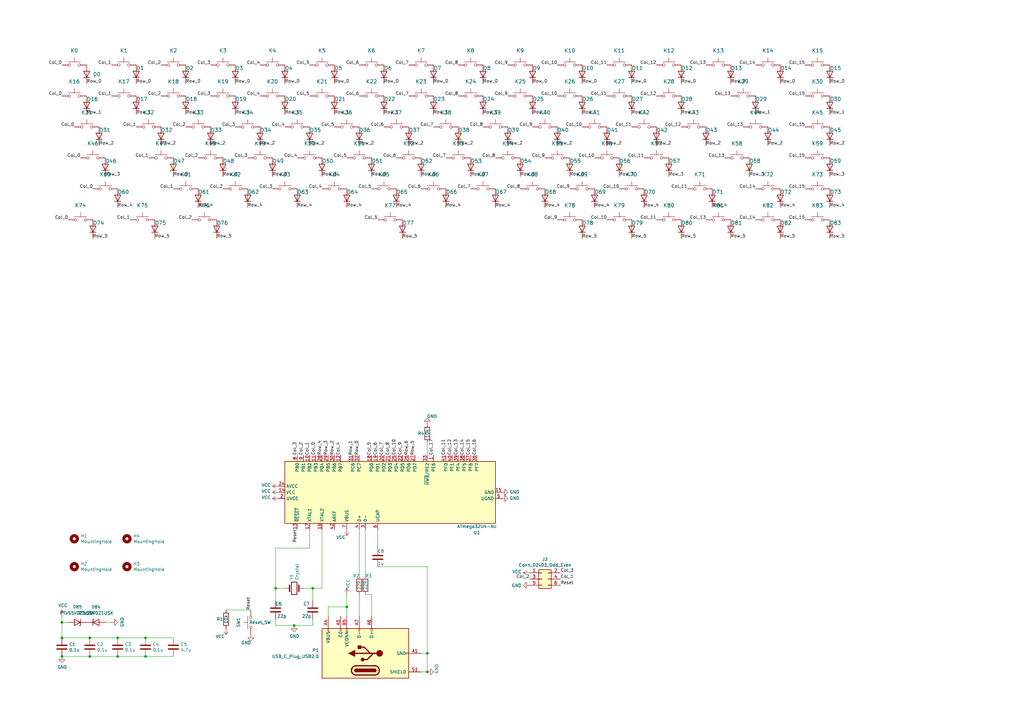
<source format=kicad_sch>
(kicad_sch (version 20250114) (generator "eeschema") (generator_version "9.0")
  (paper "A3")
  (title_block (date "2026-01-24 16:05") (comment 1 "Author: ") (comment 2 "Generated by klepcbgen.py v0.1"))
  (junction (at 59.69 261.62))
  (junction (at 48.26 269.24))
  (junction (at 120.65 256.54))
  (junction (at 36.83 261.62))
  (junction (at 175.26 275.59))
  (junction (at 25.4 255.27))
  (junction (at 59.69 269.24))
  (junction (at 142.24 248.92))
  (junction (at 113.03 241.3))
  (junction (at 175.26 267.97))
  (junction (at 48.26 261.62))
  (junction (at 36.83 269.24))
  (junction (at 25.4 261.62))
  (junction (at 128.27 241.3))
  (junction (at 25.4 269.24))
  (wire (pts (xy 113.03 256.54) (xy 113.03 254)))
  (wire (pts (xy 147.32 236.22) (xy 147.32 217.17)))
  (wire (pts (xy 43.18 255.27) (xy 45.72 255.27)))
  (wire (pts (xy 152.4 243.84) (xy 152.4 252.73)))
  (wire (pts (xy 113.03 241.3) (xy 113.03 224.79)))
  (wire (pts (xy 149.86 236.22) (xy 149.86 217.17)))
  (wire (pts (xy 175.26 232.41) (xy 154.94 232.41)))
  (wire (pts (xy 25.4 269.24) (xy 36.83 269.24)))
  (wire (pts (xy 25.4 252.73) (xy 25.4 255.27)))
  (wire (pts (xy 116.84 241.3) (xy 113.03 241.3)))
  (wire (pts (xy 113.03 246.38) (xy 113.03 241.3)))
  (wire (pts (xy 36.83 269.24) (xy 48.26 269.24)))
  (wire (pts (xy 127 217.17) (xy 127 224.79)))
  (wire (pts (xy 127 224.79) (xy 113.03 224.79)))
  (wire (pts (xy 142.24 248.92) (xy 142.24 243.84)))
  (wire (pts (xy 48.26 269.24) (xy 59.69 269.24)))
  (wire (pts (xy 132.08 217.17) (xy 132.08 241.3)))
  (wire (pts (xy 124.46 241.3) (xy 128.27 241.3)))
  (wire (pts (xy 132.08 241.3) (xy 128.27 241.3)))
  (wire (pts (xy 59.69 261.62) (xy 71.12 261.62)))
  (wire (pts (xy 48.26 261.62) (xy 59.69 261.62)))
  (wire (pts (xy 175.26 181.61) (xy 175.26 186.69)))
  (wire (pts (xy 175.26 232.41) (xy 175.26 267.97)))
  (wire (pts (xy 134.62 252.73) (xy 134.62 248.92)))
  (wire (pts (xy 149.86 243.84) (xy 152.4 243.84)))
  (wire (pts (xy 128.27 256.54) (xy 128.27 254)))
  (wire (pts (xy 142.24 248.92) (xy 142.24 252.73)))
  (wire (pts (xy 25.4 261.62) (xy 36.83 261.62)))
  (wire (pts (xy 113.03 256.54) (xy 120.65 256.54)))
  (wire (pts (xy 154.94 217.17) (xy 154.94 224.79)))
  (wire (pts (xy 120.65 256.54) (xy 128.27 256.54)))
  (wire (pts (xy 59.69 269.24) (xy 71.12 269.24)))
  (wire (pts (xy 25.4 255.27) (xy 27.94 255.27)))
  (wire (pts (xy 128.27 241.3) (xy 128.27 246.38)))
  (wire (pts (xy 92.71 250.19) (xy 102.87 250.19)))
  (wire (pts (xy 172.72 275.59) (xy 175.26 275.59)))
  (wire (pts (xy 147.32 243.84) (xy 147.32 252.73)))
  (wire (pts (xy 175.26 267.97) (xy 175.26 275.59)))
  (wire (pts (xy 25.4 255.27) (xy 25.4 261.62)))
  (wire (pts (xy 36.83 261.62) (xy 48.26 261.62)))
  (wire (pts (xy 172.72 267.97) (xy 175.26 267.97)))
  (wire (pts (xy 134.62 248.92) (xy 142.24 248.92)))
  (label "Col_14" (at 309.88 90.17 180))
  (label "Row_1" (at 279.4 46.99 0))
  (label "Col_10" (at 248.92 90.17 180))
  (label "Row_5" (at 279.4 97.79 0))
  (label "Row_2" (at 289.56 59.69 0))
  (label "Col_11" (at 269.24 90.17 180))
  (label "Col_11" (at 182.88 186.69 90))
  (label "Row_1" (at 177.8 46.99 0))
  (label "Col_8" (at 187.96 26.67 180))
  (label "Row_4" (at 292.1 85.09 0))
  (label "Col_0" (at 38.1 77.47 180))
  (label "Col_5" (at 127 26.67 180))
  (label "Col_1" (at 229.87 237.49 0))
  (label "Row_1" (at 116.84 46.99 0))
  (label "Row_0" (at 218.44 34.29 0))
  (label "Row_2" (at 208.28 59.69 0))
  (label "Col_12" (at 269.24 39.37 180))
  (label "Row_0" (at 157.48 34.29 0))
  (label "Col_5" (at 127 39.37 180))
  (label "Row_2" (at 248.92 59.69 0))
  (label "Col_15" (at 330.2 64.77 180))
  (label "Col_4" (at 116.84 52.07 180))
  (label "Col_7" (at 167.64 26.67 180))
  (label "Col_17" (at 177.8 186.69 90))
  (label "Row_0" (at 340.36 34.29 0))
  (label "Col_11" (at 248.92 26.67 180))
  (label "Row_1" (at 35.56 46.99 0))
  (label "Row_1" (at 96.52 46.99 0))
  (label "Col_9" (at 165.1 186.69 90))
  (label "Row_4" (at 243.84 85.09 0))
  (label "Row_1" (at 76.2 46.99 0))
  (label "Col_6" (at 162.56 64.77 180))
  (label "Col_2" (at 124.46 186.69 90))
  (label "Row_4" (at 340.36 85.09 0))
  (label "Row_4" (at 81.28 85.09 0))
  (label "Col_0" (at 129.54 186.69 90))
  (label "Col_3" (at 101.6 64.77 180))
  (label "Col_1" (at 60.96 64.77 180))
  (label "Row_3" (at 71.12 72.39 0))
  (label "Col_10" (at 228.6 26.67 180))
  (label "Row_6" (at 167.64 186.69 90))
  (label "Col_0" (at 30.48 52.07 180))
  (label "Col_15" (at 330.2 26.67 180))
  (label "Col_9" (at 208.28 26.67 180))
  (label "Col_3" (at 86.36 26.67 180))
  (label "Row_0" (at 137.16 34.29 0))
  (label "Col_8" (at 203.2 64.77 180))
  (label "Col_5" (at 154.94 90.17 180))
  (label "Row_0" (at 147.32 186.69 90))
  (label "Col_7" (at 182.88 64.77 180))
  (label "Col_9" (at 208.28 39.37 180))
  (label "Row_5" (at 165.1 97.79 0))
  (label "Row_4" (at 320.04 85.09 0))
  (label "Col_12" (at 185.42 186.69 90))
  (label "Row_2" (at 127 59.69 0))
  (label "Col_3" (at 86.36 39.37 180))
  (label "Col_0" (at 27.94 90.17 180))
  (label "Col_1" (at 71.12 77.47 180))
  (label "Row_0" (at 35.56 34.29 0))
  (label "Col_11" (at 264.16 64.77 180))
  (label "Row_5" (at 299.72 97.79 0))
  (label "Row_1" (at 340.36 46.99 0))
  (label "Row_0" (at 76.2 34.29 0))
  (label "Row_1" (at 238.76 46.99 0))
  (label "Col_13" (at 289.56 90.17 180))
  (label "Col_9" (at 233.68 77.47 180))
  (label "Row_4" (at 142.24 85.09 0))
  (label "Row_0" (at 96.52 34.29 0))
  (label "Row_2" (at 66.04 59.69 0))
  (label "Col_12" (at 269.24 26.67 180))
  (label "Col_16" (at 195.58 186.69 90))
  (label "Reset" (at 121.92 217.17 270))
  (label "Col_14" (at 190.5 186.69 90))
  (label "Row_0" (at 259.08 34.29 0))
  (label "Row_1" (at 55.88 46.99 0))
  (label "Col_2" (at 217.17 237.49 180))
  (label "Col_3" (at 121.92 186.69 90))
  (label "Col_4" (at 106.68 39.37 180))
  (label "Col_14" (at 309.88 26.67 180))
  (label "Row_3" (at 213.36 72.39 0))
  (label "Col_7" (at 177.8 52.07 180))
  (label "Col_1" (at 45.72 26.67 180))
  (label "Col_14" (at 309.88 77.47 180))
  (label "Row_3" (at 307.34 72.39 0))
  (label "Row_5" (at 320.04 97.79 0))
  (label "Row_2" (at 106.68 59.69 0))
  (label "Col_3" (at 111.76 77.47 180))
  (label "Col_15" (at 330.2 77.47 180))
  (label "Row_0" (at 320.04 34.29 0))
  (label "Row_3" (at 254 72.39 0))
  (label "Col_9" (at 218.44 52.07 180))
  (label "Row_4" (at 132.08 186.69 90))
  (label "Col_15" (at 330.2 52.07 180))
  (label "Row_1" (at 137.16 46.99 0))
  (label "Col_10" (at 162.56 186.69 90))
  (label "Col_11" (at 259.08 52.07 180))
  (label "Row_3" (at 233.68 72.39 0))
  (label "Row_0" (at 116.84 34.29 0))
  (label "Reset" (at 102.87 250.19 90))
  (label "Col_2" (at 81.28 64.77 180))
  (label "Row_4" (at 264.16 85.09 0))
  (label "Col_12" (at 279.4 52.07 180))
  (label "Row_0" (at 279.4 34.29 0))
  (label "Row_4" (at 182.88 85.09 0))
  (label "Row_1" (at 198.12 46.99 0))
  (label "Col_2" (at 91.44 77.47 180))
  (label "Col_10" (at 254 77.47 180))
  (label "Row_2" (at 228.6 59.69 0))
  (label "Col_2" (at 66.04 39.37 180))
  (label "Col_13" (at 304.8 52.07 180))
  (label "Col_4" (at 139.7 186.69 90))
  (label "Col_1" (at 127 186.69 90))
  (label "Col_5" (at 152.4 77.47 180))
  (label "Col_5" (at 152.4 186.69 90))
  (label "Row_3" (at 132.08 72.39 0))
  (label "Row_5" (at 340.36 97.79 0))
  (label "Row_2" (at 147.32 59.69 0))
  (label "Row_5" (at 88.9 97.79 0))
  (label "Row_2" (at 40.64 59.69 0))
  (label "Col_7" (at 157.48 186.69 90))
  (label "Col_2" (at 76.2 52.07 180))
  (label "Row_3" (at 340.36 72.39 0))
  (label "Row_0" (at 177.8 34.29 0))
  (label "Col_10" (at 228.6 39.37 180))
  (label "Row_1" (at 144.78 186.69 90))
  (label "Col_6" (at 172.72 77.47 180))
  (label "Row_2" (at 187.96 59.69 0))
  (label "Row_3" (at 134.62 186.69 90))
  (label "Col_3" (at 229.87 234.95 0))
  (label "Col_11" (at 248.92 39.37 180))
  (label "Row_0" (at 198.12 34.29 0))
  (label "Row_2" (at 167.64 59.69 0))
  (label "Col_9" (at 228.6 90.17 180))
  (label "Col_8" (at 198.12 52.07 180))
  (label "Row_0" (at 238.76 34.29 0))
  (label "Col_6" (at 157.48 52.07 180))
  (label "Col_15" (at 330.2 39.37 180))
  (label "Row_1" (at 157.48 46.99 0))
  (label "Row_1" (at 218.44 46.99 0))
  (label "Row_2" (at 137.16 186.69 90))
  (label "Row_4" (at 223.52 85.09 0))
  (label "Col_13" (at 187.96 186.69 90))
  (label "Row_3" (at 91.44 72.39 0))
  (label "Row_2" (at 269.24 59.69 0))
  (label "Col_8" (at 187.96 39.37 180))
  (label "Row_4" (at 121.92 85.09 0))
  (label "Col_5" (at 142.24 64.77 180))
  (label "Row_2" (at 314.96 59.69 0))
  (label "Row_3" (at 152.4 72.39 0))
  (label "Row_0" (at 55.88 34.29 0))
  (label "Row_4" (at 101.6 85.09 0))
  (label "Col_2" (at 78.74 90.17 180))
  (label "Row_2" (at 340.36 59.69 0))
  (label "Col_6" (at 147.32 26.67 180))
  (label "Col_1" (at 55.88 52.07 180))
  (label "Col_15" (at 193.04 186.69 90))
  (label "Col_0" (at 25.4 39.37 180))
  (label "Row_4" (at 48.26 85.09 0))
  (label "Row_3" (at 43.18 72.39 0))
  (label "Col_4" (at 121.92 64.77 180))
  (label "Col_13" (at 299.72 39.37 180))
  (label "Col_0" (at 33.02 64.77 180))
  (label "Col_15" (at 330.2 90.17 180))
  (label "Row_0" (at 299.72 34.29 0))
  (label "Row_4" (at 162.56 85.09 0))
  (label "Col_5" (at 137.16 52.07 180))
  (label "Row_5" (at 238.76 97.79 0))
  (label "Col_3" (at 96.52 52.07 180))
  (label "Col_8" (at 160.02 186.69 90))
  (label "Col_7" (at 193.04 77.47 180))
  (label "Col_13" (at 289.56 26.67 180))
  (label "Col_11" (at 281.94 77.47 180))
  (label "Col_0" (at 25.4 26.67 180))
  (label "Row_4" (at 203.2 85.09 0))
  (label "Row_5" (at 63.5 97.79 0))
  (label "Row_5" (at 259.08 97.79 0))
  (label "Row_3" (at 111.76 72.39 0))
  (label "Col_13" (at 297.18 64.77 180))
  (label "Col_10" (at 243.84 64.77 180))
  (label "Reset" (at 229.87 240.03 0))
  (label "Row_5" (at 38.1 97.79 0))
  (label "Col_7" (at 167.64 39.37 180))
  (label "Col_4" (at 106.68 26.67 180))
  (label "Col_9" (at 223.52 64.77 180))
  (label "Col_6" (at 154.94 186.69 90))
  (label "Row_1" (at 309.88 46.99 0))
  (label "Row_3" (at 193.04 72.39 0))
  (label "Row_3" (at 172.72 72.39 0))
  (label "Col_2" (at 66.04 26.67 180))
  (label "Row_5" (at 170.18 186.69 90))
  (label "Row_2" (at 86.36 59.69 0))
  (label "Col_10" (at 238.76 52.07 180))
  (label "Col_6" (at 147.32 39.37 180))
  (label "Col_1" (at 45.72 39.37 180))
  (label "Col_8" (at 213.36 77.47 180))
  (label "Row_3" (at 274.32 72.39 0))
  (label "Col_1" (at 53.34 90.17 180))
  (label "Row_1" (at 259.08 46.99 0))
  (label "Col_4" (at 132.08 77.47 180))
  (symbol (lib_id "power:GND") (at 120.65 256.54 0) (unit 1)
    (property "Reference" "#PWR0101" (effects (hide yes)))
    (property "Value" "GND" (at 120.777 260.9342 0))
  )
  (symbol (lib_id "power:GND") (at 25.4 269.24 0) (unit 1)
    (property "Reference" "#PWR0102" (effects (hide yes)))
    (property "Value" "GND" (at 25.527 273.6342 0))
  )
  (symbol (lib_id "power:VCC") (at 25.4 252.73 0) (unit 1)
    (property "Reference" "#PWR0103" (effects (hide yes)))
    (property "Value" "VCC" (at 25.8318 248.3358 0))
  )
  (symbol (lib_id "power:VCC") (at 92.71 257.81 180) (unit 1)
    (property "Reference" "#PWR0104" (effects (hide yes)))
    (property "Value" "VCC" (at 92.2528 261.0358 0) (effects (justify left)))
  )
  (symbol (lib_id "power:GND") (at 102.87 260.35 0) (unit 1)
    (property "Reference" "#PWR0105" (effects (hide yes)))
    (property "Value" "GND" (at 102.997 263.6012 0) (effects (justify right)))
  )
  (symbol (lib_id "power:GND") (at 175.26 173.99 180) (unit 1)
    (property "Reference" "#PWR0106" (effects (hide yes)))
    (property "Value" "GND" (at 175.133 170.7388 0) (effects (justify right)))
  )
  (symbol (lib_id "Device:C") (at 154.94 228.6 0) (unit 1)
    (property "Reference" "C8" (at 156.21 226.06 0))
    (property "Value" "1u" (at 156.21 231.14 0))
    (property "Footprint" "Capacitor_SMD:C_0805_2012Metric_Pad1.15x1.40mm_HandSolder" (effects (hide yes)))
  )
  (symbol (lib_id "power:GND") (at 175.26 275.59 90) (unit 1)
    (property "Reference" "#PWR0107" (effects (hide yes)))
    (property "Value" "GND" (at 179.07 274.32 0))
  )
  (symbol (lib_id "power:VCC") (at 114.3 199.39 90) (unit 1)
    (property "Reference" "#PWR0108" (effects (hide yes)))
    (property "Value" "VCC" (at 111.0488 198.9582 90) (effects (justify left)))
  )
  (symbol (lib_id "Mechanical:MountingHole") (at 30.48 232.41 0) (unit 1)
    (property "Reference" "H2" (at 33.02 231.2416 0) (effects (justify left)))
    (property "Value" "MountingHole" (at 33.02 233.553 0) (effects (justify left)))
    (property "Footprint" "MountingHole:MountingHole_3.2mm_M3_DIN965" (effects (hide yes)))
  )
  (symbol (lib_id "Mechanical:MountingHole") (at 30.48 220.98 0) (unit 1)
    (property "Reference" "H1" (at 33.02 219.8116 0) (effects (justify left)))
    (property "Value" "MountingHole" (at 33.02 222.123 0) (effects (justify left)))
    (property "Footprint" "MountingHole:MountingHole_3.2mm_M3_DIN965" (effects (hide yes)))
  )
  (symbol (lib_id "power:VCC") (at 114.3 201.93 90) (unit 1)
    (property "Reference" "#PWR0110" (effects (hide yes)))
    (property "Value" "VCC" (at 111.0742 201.4728 90) (effects (justify left)))
  )
  (symbol (lib_id "Mechanical:MountingHole") (at 52.07 220.98 0) (unit 1)
    (property "Reference" "H4" (at 54.61 219.8116 0) (effects (justify left)))
    (property "Value" "MountingHole" (at 54.61 222.123 0) (effects (justify left)))
    (property "Footprint" "MountingHole:MountingHole_3.2mm_M3_DIN965" (effects (hide yes)))
  )
  (symbol (lib_id "power:GND") (at 205.74 201.93 90) (unit 1)
    (property "Reference" "#PWR0111" (effects (hide yes)))
    (property "Value" "GND" (at 208.9912 201.803 90) (effects (justify right)))
  )
  (symbol (lib_id "Mechanical:MountingHole") (at 52.07 232.41 0) (unit 1)
    (property "Reference" "H3" (at 54.61 231.2416 0) (effects (justify left)))
    (property "Value" "MountingHole" (at 54.61 233.553 0) (effects (justify left)))
    (property "Footprint" "MountingHole:MountingHole_3.2mm_M3_DIN965" (effects (hide yes)))
  )
  (symbol (lib_id "power:GND") (at 205.74 204.47 90) (unit 1)
    (property "Reference" "#PWR0113" (effects (hide yes)))
    (property "Value" "GND" (at 208.9912 204.343 90) (effects (justify right)))
  )
  (symbol (lib_id "power:VCC") (at 142.24 217.17 180) (unit 1)
    (property "Reference" "#PWR0116" (effects (hide yes)))
    (property "Value" "VCC" (at 141.7828 220.3958 0) (effects (justify left)))
  )
  (symbol (lib_id "MCU_Microchip_ATmega:ATmega32U4-A") (at 160.02 201.93 90) (unit 1)
    (property "Reference" "U1" (at 195.58 218.44 90))
    (property "Value" "ATmega32U4-AU" (at 195.58 215.9 90))
    (property "Footprint" "Package_QFP:TQFP-44_10x10mm_P0.8mm" (effects (hide yes)))
    (property "Datasheet" "http://ww1.microchip.com/downloads/en/DeviceDoc/Atmel-7766-8-bit-AVR-ATmega16U4-32U4_Datasheet.pdf" (effects (hide yes)))
    (property "Description" "16MHz, 32kB Flash, 2.5kB SRAM, 1kB EEPROM, USB 2.0, TQFP-44" (effects (hide yes)))
  )
  (symbol (lib_id "power:VCC") (at 114.3 204.47 90) (unit 1)
    (property "Reference" "#PWR01" (effects (hide yes)))
    (property "Value" "VCC" (at 111.0742 204.0128 90) (effects (justify left)))
  )
  (symbol (lib_id "Device:R") (at 147.32 240.03 0) (unit 1)
    (property "Reference" "R2" (at 146.05 236.22 0))
    (property "Value" "22R" (at 147.32 240.03 90))
    (property "Footprint" "Resistor_SMD:R_0805_2012Metric_Pad1.15x1.40mm_HandSolder" (effects (hide yes)))
  )
  (symbol (lib_id "Device:R") (at 149.86 240.03 0) (unit 1)
    (property "Reference" "R3" (at 151.13 236.22 0))
    (property "Value" "22R" (at 149.86 240.03 90))
    (property "Footprint" "Resistor_SMD:R_0805_2012Metric_Pad1.15x1.40mm_HandSolder" (effects (hide yes)))
  )
  (symbol (lib_id "Device:R") (at 175.26 177.8 0) (unit 1)
    (property "Reference" "R4" (at 172.72 177.8 0))
    (property "Value" "10k" (at 175.26 177.8 90))
    (property "Footprint" "Resistor_SMD:R_0805_2012Metric_Pad1.15x1.40mm_HandSolder" (effects (hide yes)))
  )
  (symbol (lib_id "Device:R") (at 92.71 254 0) (unit 1)
    (property "Reference" "R1" (at 90.17 254 0))
    (property "Value" "10k" (at 92.71 254 90))
    (property "Footprint" "Resistor_SMD:R_0805_2012Metric_Pad1.15x1.40mm_HandSolder" (effects (hide yes)))
  )
  (symbol (lib_id "Switch:SW_Push") (at 102.87 255.27 90) (unit 1)
    (property "Reference" "SW1" (at 97.79 255.27 0))
    (property "Value" "Reset_SW" (at 106.68 255.27 90))
    (property "Footprint" "Button_Switch_SMD:SW_Push_1P1T_NO_6x6mm_H9.5mm" (effects (hide yes)))
  )
  (symbol (lib_id "Device:C") (at 25.4 265.43 0) (unit 1)
    (property "Reference" "C1" (at 28.321 264.2616 0) (effects (justify left)))
    (property "Value" "0.1u" (at 28.321 266.573 0) (effects (justify left)))
    (property "Footprint" "Capacitor_SMD:C_0805_2012Metric_Pad1.15x1.40mm_HandSolder" (effects (hide yes)))
  )
  (symbol (lib_id "Device:C") (at 36.83 265.43 0) (unit 1)
    (property "Reference" "C2" (at 39.751 264.2616 0) (effects (justify left)))
    (property "Value" "0.1u" (at 39.751 266.573 0) (effects (justify left)))
    (property "Footprint" "Capacitor_SMD:C_0805_2012Metric_Pad1.15x1.40mm_HandSolder" (effects (hide yes)))
  )
  (symbol (lib_id "Device:C") (at 48.26 265.43 0) (unit 1)
    (property "Reference" "C3" (at 51.181 264.2616 0) (effects (justify left)))
    (property "Value" "0.1u" (at 51.181 266.573 0) (effects (justify left)))
    (property "Footprint" "Capacitor_SMD:C_0805_2012Metric_Pad1.15x1.40mm_HandSolder" (effects (hide yes)))
  )
  (symbol (lib_id "Device:C") (at 59.69 265.43 0) (unit 1)
    (property "Reference" "C4" (at 62.611 264.2616 0) (effects (justify left)))
    (property "Value" "0.1u" (at 62.611 266.573 0) (effects (justify left)))
    (property "Footprint" "Capacitor_SMD:C_0805_2012Metric_Pad1.15x1.40mm_HandSolder" (effects (hide yes)))
  )
  (symbol (lib_id "Device:C") (at 71.12 265.43 0) (unit 1)
    (property "Reference" "C5" (at 74.041 264.2616 0) (effects (justify left)))
    (property "Value" "4.7u" (at 74.041 266.573 0) (effects (justify left)))
    (property "Footprint" "Capacitor_SMD:C_0805_2012Metric_Pad1.15x1.40mm_HandSolder" (effects (hide yes)))
  )
  (symbol (lib_id "Device:C") (at 128.27 250.19 0) (unit 1)
    (property "Reference" "C7" (at 125.73 247.65 0))
    (property "Value" "22p" (at 125.73 252.73 0))
    (property "Footprint" "Capacitor_SMD:C_0805_2012Metric_Pad1.15x1.40mm_HandSolder" (effects (hide yes)))
  )
  (symbol (lib_id "Device:C") (at 113.03 250.19 0) (unit 1)
    (property "Reference" "C6" (at 114.3 247.65 0))
    (property "Value" "22p" (at 115.57 252.73 0))
    (property "Footprint" "Capacitor_SMD:C_0805_2012Metric_Pad1.15x1.40mm_HandSolder" (effects (hide yes)))
  )
  (symbol (lib_id "Device:Crystal") (at 120.65 241.3 0) (unit 1)
    (property "Reference" "Y1" (at 119.4816 237.9726 90) (effects (justify left)))
    (property "Value" "Crystal" (at 121.793 237.9726 90) (effects (justify left)))
    (property "Footprint" "Crystal:Crystal_SMD_5032-2Pin_5.0x3.2mm_HandSoldering" (effects (hide yes)))
  )
  (symbol (lib_id "power:VCC") (at 142.24 243.84 0) (unit 1)
    (property "Reference" "#PWR0117" (effects (hide yes)))
    (property "Value" "VCC" (at 142.6718 239.4458 90))
  )
  (symbol (lib_id "Connector_Generic:Conn_02x03_Odd_Even") (at 222.25 237.49 0) (unit 1)
    (property "Reference" "J2" (at 223.52 229.4382 0))
    (property "Value" "Conn_02x03_Odd_Even" (at 223.52 231.7496 0))
    (property "Footprint" "Connector_PinHeader_2.54mm:PinHeader_2x03_P2.54mm_Vertical" (effects (hide yes)))
  )
  (symbol (lib_id "power:VCC") (at 217.17 234.95 90) (unit 1)
    (property "Reference" "#PWR0109" (effects (hide yes)))
    (property "Value" "VCC" (at 213.9442 234.4928 90) (effects (justify left)))
  )
  (symbol (lib_id "power:GND") (at 217.17 240.03 270) (unit 1)
    (property "Reference" "#PWR0112" (effects (hide yes)))
    (property "Value" "GND" (at 213.9188 240.157 90) (effects (justify right)))
  )
  (symbol (lib_id "Device:D") (at 40.64 55.88 90) (unit 1)
    (property "Reference" "D31" (at 40.64 53.34 90) (effects (font (size 1.524 1.524)) (justify right)))
    (property "Value" "D" (effects (hide yes)))
    (property "Footprint" "Diode_SMD:D_0805_2012Metric_Pad1.15x1.40mm_HandSolder" (effects (hide yes)))
  )
  (symbol (lib_id "Switch:SW_Push") (at 30.48 39.37 0) (unit 1)
    (property "Reference" "K16" (at 30.48 33.4518 0) (effects (font (size 1.524 1.524))))
    (property "Value" "~~,`" (effects (hide yes)))
    (property "Footprint" "MX_Hotswap:MX-Hotswap-1U" (effects (hide yes)))
  )
  (symbol (lib_id "Device:D") (at 106.68 55.88 90) (unit 1)
    (property "Reference" "D34" (at 106.68 53.34 90) (effects (font (size 1.524 1.524)) (justify right)))
    (property "Value" "D" (effects (hide yes)))
    (property "Footprint" "Diode_SMD:D_0805_2012Metric_Pad1.15x1.40mm_HandSolder" (effects (hide yes)))
  )
  (symbol (lib_id "Switch:SW_Push") (at 335.28 77.47 0) (unit 1)
    (property "Reference" "K73" (at 335.28 71.5518 0) (effects (font (size 1.524 1.524))))
    (property "Value" "End" (effects (hide yes)))
    (property "Footprint" "MX_Hotswap:MX-Hotswap-1U" (effects (hide yes)))
  )
  (symbol (lib_id "Device:D") (at 55.88 43.18 90) (unit 1)
    (property "Reference" "D17" (at 55.88 40.64 90) (effects (font (size 1.524 1.524)) (justify right)))
    (property "Value" "D" (effects (hide yes)))
    (property "Footprint" "Diode_SMD:D_0805_2012Metric_Pad1.15x1.40mm_HandSolder" (effects (hide yes)))
  )
  (symbol (lib_id "Device:D") (at 198.12 30.48 90) (unit 1)
    (property "Reference" "D8" (at 198.12 27.94 90) (effects (font (size 1.524 1.524)) (justify right)))
    (property "Value" "D" (effects (hide yes)))
    (property "Footprint" "Diode_SMD:D_0805_2012Metric_Pad1.15x1.40mm_HandSolder" (effects (hide yes)))
  )
  (symbol (lib_id "Switch:SW_Push") (at 274.32 26.67 0) (unit 1)
    (property "Reference" "K12" (at 274.32 20.7518 0) (effects (font (size 1.524 1.524))))
    (property "Value" "F12" (effects (hide yes)))
    (property "Footprint" "MX_Hotswap:MX-Hotswap-1U" (effects (hide yes)))
  )
  (symbol (lib_id "Switch:SW_Push") (at 238.76 77.47 0) (unit 1)
    (property "Reference" "K69" (at 238.76 71.5518 0) (effects (font (size 1.524 1.524))))
    (property "Value" ">,." (effects (hide yes)))
    (property "Footprint" "MX_Hotswap:MX-Hotswap-1U" (effects (hide yes)))
  )
  (symbol (lib_id "Device:D") (at 213.36 68.58 90) (unit 1)
    (property "Reference" "D54" (at 213.36 66.04 90) (effects (font (size 1.524 1.524)) (justify right)))
    (property "Value" "D" (effects (hide yes)))
    (property "Footprint" "Diode_SMD:D_0805_2012Metric_Pad1.15x1.40mm_HandSolder" (effects (hide yes)))
  )
  (symbol (lib_id "Switch:SW_Push") (at 259.08 77.47 0) (unit 1)
    (property "Reference" "K70" (at 259.08 71.5518 0) (effects (font (size 1.524 1.524))))
    (property "Value" "?,/" (effects (hide yes)))
    (property "Footprint" "MX_Hotswap:MX-Hotswap-1U" (effects (hide yes)))
  )
  (symbol (lib_id "Device:D") (at 307.34 68.58 90) (unit 1)
    (property "Reference" "D58" (at 307.34 66.04 90) (effects (font (size 1.524 1.524)) (justify right)))
    (property "Value" "D" (effects (hide yes)))
    (property "Footprint" "Diode_SMD:D_0805_2012Metric_Pad1.15x1.40mm_HandSolder" (effects (hide yes)))
  )
  (symbol (lib_id "Switch:SW_Push") (at 152.4 26.67 0) (unit 1)
    (property "Reference" "K6" (at 152.4 20.7518 0) (effects (font (size 1.524 1.524))))
    (property "Value" "F6" (effects (hide yes)))
    (property "Footprint" "MX_Hotswap:MX-Hotswap-1U" (effects (hide yes)))
  )
  (symbol (lib_id "Switch:SW_Push") (at 182.88 52.07 0) (unit 1)
    (property "Reference" "K38" (at 182.88 46.1518 0) (effects (font (size 1.524 1.524))))
    (property "Value" "U" (effects (hide yes)))
    (property "Footprint" "MX_Hotswap:MX-Hotswap-1U" (effects (hide yes)))
  )
  (symbol (lib_id "Device:D") (at 165.1 93.98 90) (unit 1)
    (property "Reference" "D77" (at 165.1 91.44 90) (effects (font (size 1.524 1.524)) (justify right)))
    (property "Value" "D" (effects (hide yes)))
    (property "Footprint" "Diode_SMD:D_0805_2012Metric_Pad1.15x1.40mm_HandSolder" (effects (hide yes)))
  )
  (symbol (lib_id "Switch:SW_Push") (at 233.68 39.37 0) (unit 1)
    (property "Reference" "K26" (at 233.68 33.4518 0) (effects (font (size 1.524 1.524))))
    (property "Value" "),0" (effects (hide yes)))
    (property "Footprint" "MX_Hotswap:MX-Hotswap-1U" (effects (hide yes)))
  )
  (symbol (lib_id "Switch:SW_Push") (at 121.92 52.07 0) (unit 1)
    (property "Reference" "K35" (at 121.92 46.1518 0) (effects (font (size 1.524 1.524))))
    (property "Value" "R" (effects (hide yes)))
    (property "Footprint" "MX_Hotswap:MX-Hotswap-1U" (effects (hide yes)))
  )
  (symbol (lib_id "Device:D") (at 43.18 68.58 90) (unit 1)
    (property "Reference" "D46" (at 43.18 66.04 90) (effects (font (size 1.524 1.524)) (justify right)))
    (property "Value" "D" (effects (hide yes)))
    (property "Footprint" "Diode_SMD:D_0805_2012Metric_Pad1.15x1.40mm_HandSolder" (effects (hide yes)))
  )
  (symbol (lib_id "Device:D") (at 132.08 68.58 90) (unit 1)
    (property "Reference" "D50" (at 132.08 66.04 90) (effects (font (size 1.524 1.524)) (justify right)))
    (property "Value" "D" (effects (hide yes)))
    (property "Footprint" "Diode_SMD:D_0805_2012Metric_Pad1.15x1.40mm_HandSolder" (effects (hide yes)))
  )
  (symbol (lib_id "Switch:SW_Push") (at 101.6 52.07 0) (unit 1)
    (property "Reference" "K34" (at 101.6 46.1518 0) (effects (font (size 1.524 1.524))))
    (property "Value" "E" (effects (hide yes)))
    (property "Footprint" "MX_Hotswap:MX-Hotswap-1U" (effects (hide yes)))
  )
  (symbol (lib_id "Device:D") (at 172.72 68.58 90) (unit 1)
    (property "Reference" "D52" (at 172.72 66.04 90) (effects (font (size 1.524 1.524)) (justify right)))
    (property "Value" "D" (effects (hide yes)))
    (property "Footprint" "Diode_SMD:D_0805_2012Metric_Pad1.15x1.40mm_HandSolder" (effects (hide yes)))
  )
  (symbol (lib_id "Device:D") (at 340.36 30.48 90) (unit 1)
    (property "Reference" "D15" (at 340.36 27.94 90) (effects (font (size 1.524 1.524)) (justify right)))
    (property "Value" "D" (effects (hide yes)))
    (property "Footprint" "Diode_SMD:D_0805_2012Metric_Pad1.15x1.40mm_HandSolder" (effects (hide yes)))
  )
  (symbol (lib_id "Device:D") (at 320.04 93.98 90) (unit 1)
    (property "Reference" "D82" (at 320.04 91.44 90) (effects (font (size 1.524 1.524)) (justify right)))
    (property "Value" "D" (effects (hide yes)))
    (property "Footprint" "Diode_SMD:D_0805_2012Metric_Pad1.15x1.40mm_HandSolder" (effects (hide yes)))
  )
  (symbol (lib_id "power:GND") (at 45.72 255.27 90) (unit 1)
    (property "Reference" "#PWR02" (effects (hide yes)))
    (property "Value" "GND" (at 50.1142 255.143 0))
  )
  (symbol (lib_id "Device:D") (at 340.36 93.98 90) (unit 1)
    (property "Reference" "D83" (at 340.36 91.44 90) (effects (font (size 1.524 1.524)) (justify right)))
    (property "Value" "D" (effects (hide yes)))
    (property "Footprint" "Diode_SMD:D_0805_2012Metric_Pad1.15x1.40mm_HandSolder" (effects (hide yes)))
  )
  (symbol (lib_id "Switch:SW_Push") (at 172.72 26.67 0) (unit 1)
    (property "Reference" "K7" (at 172.72 20.7518 0) (effects (font (size 1.524 1.524))))
    (property "Value" "F7" (effects (hide yes)))
    (property "Footprint" "MX_Hotswap:MX-Hotswap-1U" (effects (hide yes)))
  )
  (symbol (lib_id "Switch:SW_Push") (at 35.56 52.07 0) (unit 1)
    (property "Reference" "K31" (at 35.56 46.1518 0) (effects (font (size 1.524 1.524))))
    (property "Value" "Tab" (effects (hide yes)))
    (property "Footprint" "MX_Hotswap:MX-Hotswap-1.5U" (effects (hide yes)))
  )
  (symbol (lib_id "Device:D") (at 187.96 55.88 90) (unit 1)
    (property "Reference" "D38" (at 187.96 53.34 90) (effects (font (size 1.524 1.524)) (justify right)))
    (property "Value" "D" (effects (hide yes)))
    (property "Footprint" "Diode_SMD:D_0805_2012Metric_Pad1.15x1.40mm_HandSolder" (effects (hide yes)))
  )
  (symbol (lib_id "Device:D") (at 203.2 81.28 90) (unit 1)
    (property "Reference" "D67" (at 203.2 78.74 90) (effects (font (size 1.524 1.524)) (justify right)))
    (property "Value" "D" (effects (hide yes)))
    (property "Footprint" "Diode_SMD:D_0805_2012Metric_Pad1.15x1.40mm_HandSolder" (effects (hide yes)))
  )
  (symbol (lib_id "Device:D") (at 88.9 93.98 90) (unit 1)
    (property "Reference" "D76" (at 88.9 91.44 90) (effects (font (size 1.524 1.524)) (justify right)))
    (property "Value" "D" (effects (hide yes)))
    (property "Footprint" "Diode_SMD:D_0805_2012Metric_Pad1.15x1.40mm_HandSolder" (effects (hide yes)))
  )
  (symbol (lib_id "Diode:PTVS5V0Z1USK") (at 39.37 255.27 0) (unit 1)
    (property "Reference" "D84" (at 39.37 248.92 0))
    (property "Value" "PTVS5V0Z1USK" (at 39.37 251.46 0))
    (property "Footprint" "Diode_SMD:Nexperia_DSN1608-2_1.6x0.8mm" (effects (hide yes)))
    (property "Datasheet" "https://assets.nexperia.com/documents/data-sheet/PTVS5V0Z1USK.pdf" (effects (hide yes)))
    (property "Description" "5V, 1200W TVS unidirectional diode, DSN1608-2" (effects (hide yes)))
  )
  (symbol (lib_id "Switch:SW_Push") (at 33.02 90.17 0) (unit 1)
    (property "Reference" "K74" (at 33.02 84.2518 0) (effects (font (size 1.524 1.524))))
    (property "Value" "Ctrl" (effects (hide yes)))
    (property "Footprint" "MX_Hotswap:MX-Hotswap-1.25U" (effects (hide yes)))
  )
  (symbol (lib_id "Device:D") (at 147.32 55.88 90) (unit 1)
    (property "Reference" "D36" (at 147.32 53.34 90) (effects (font (size 1.524 1.524)) (justify right)))
    (property "Value" "D" (effects (hide yes)))
    (property "Footprint" "Diode_SMD:D_0805_2012Metric_Pad1.15x1.40mm_HandSolder" (effects (hide yes)))
  )
  (symbol (lib_id "Device:D") (at 35.56 43.18 90) (unit 1)
    (property "Reference" "D16" (at 35.56 40.64 90) (effects (font (size 1.524 1.524)) (justify right)))
    (property "Value" "D" (effects (hide yes)))
    (property "Footprint" "Diode_SMD:D_0805_2012Metric_Pad1.15x1.40mm_HandSolder" (effects (hide yes)))
  )
  (symbol (lib_id "Switch:SW_Push") (at 274.32 90.17 0) (unit 1)
    (property "Reference" "K80" (at 274.32 84.2518 0) (effects (font (size 1.524 1.524))))
    (property "Value" "Ctrl" (effects (hide yes)))
    (property "Footprint" "MX_Hotswap:MX-Hotswap-1U" (effects (hide yes)))
  )
  (symbol (lib_id "Switch:SW_Push") (at 30.48 26.67 0) (unit 1)
    (property "Reference" "K0" (at 30.48 20.7518 0) (effects (font (size 1.524 1.524))))
    (property "Value" "Esc" (effects (hide yes)))
    (property "Footprint" "MX_Hotswap:MX-Hotswap-1U" (effects (hide yes)))
  )
  (symbol (lib_id "Switch:SW_Push") (at 294.64 26.67 0) (unit 1)
    (property "Reference" "K13" (at 294.64 20.7518 0) (effects (font (size 1.524 1.524))))
    (property "Value" "PrtSc,NmLk" (effects (hide yes)))
    (property "Footprint" "MX_Hotswap:MX-Hotswap-1U" (effects (hide yes)))
  )
  (symbol (lib_id "Device:D") (at 111.76 68.58 90) (unit 1)
    (property "Reference" "D49" (at 111.76 66.04 90) (effects (font (size 1.524 1.524)) (justify right)))
    (property "Value" "D" (effects (hide yes)))
    (property "Footprint" "Diode_SMD:D_0805_2012Metric_Pad1.15x1.40mm_HandSolder" (effects (hide yes)))
  )
  (symbol (lib_id "Switch:SW_Push") (at 86.36 64.77 0) (unit 1)
    (property "Reference" "K48" (at 86.36 58.8518 0) (effects (font (size 1.524 1.524))))
    (property "Value" "S" (effects (hide yes)))
    (property "Footprint" "MX_Hotswap:MX-Hotswap-1U" (effects (hide yes)))
  )
  (symbol (lib_id "Device:D") (at 274.32 68.58 90) (unit 1)
    (property "Reference" "D57" (at 274.32 66.04 90) (effects (font (size 1.524 1.524)) (justify right)))
    (property "Value" "D" (effects (hide yes)))
    (property "Footprint" "Diode_SMD:D_0805_2012Metric_Pad1.15x1.40mm_HandSolder" (effects (hide yes)))
  )
  (symbol (lib_id "Switch:SW_Push") (at 269.24 64.77 0) (unit 1)
    (property "Reference" "K57" (at 269.24 58.8518 0) (effects (font (size 1.524 1.524))))
    (property "Value" "\",'" (effects (hide yes)))
    (property "Footprint" "MX_Hotswap:MX-Hotswap-1U" (effects (hide yes)))
  )
  (symbol (lib_id "Device:D") (at 48.26 81.28 90) (unit 1)
    (property "Reference" "D60" (at 48.26 78.74 90) (effects (font (size 1.524 1.524)) (justify right)))
    (property "Value" "D" (effects (hide yes)))
    (property "Footprint" "Diode_SMD:D_0805_2012Metric_Pad1.15x1.40mm_HandSolder" (effects (hide yes)))
  )
  (symbol (lib_id "Switch:SW_Push") (at 38.1 64.77 0) (unit 1)
    (property "Reference" "K46" (at 38.1 58.8518 0) (effects (font (size 1.524 1.524))))
    (property "Value" "Caps Lock" (effects (hide yes)))
    (property "Footprint" "MX_Hotswap:MX-Hotswap-1.75U" (effects (hide yes)))
  )
  (symbol (lib_id "Device:D") (at 228.6 55.88 90) (unit 1)
    (property "Reference" "D40" (at 228.6 53.34 90) (effects (font (size 1.524 1.524)) (justify right)))
    (property "Value" "D" (effects (hide yes)))
    (property "Footprint" "Diode_SMD:D_0805_2012Metric_Pad1.15x1.40mm_HandSolder" (effects (hide yes)))
  )
  (symbol (lib_id "Switch:SW_Push") (at 147.32 64.77 0) (unit 1)
    (property "Reference" "K51" (at 147.32 58.8518 0) (effects (font (size 1.524 1.524))))
    (property "Value" "G" (effects (hide yes)))
    (property "Footprint" "MX_Hotswap:MX-Hotswap-1U" (effects (hide yes)))
  )
  (symbol (lib_id "Switch:SW_Push") (at 162.56 52.07 0) (unit 1)
    (property "Reference" "K37" (at 162.56 46.1518 0) (effects (font (size 1.524 1.524))))
    (property "Value" "Y" (effects (hide yes)))
    (property "Footprint" "MX_Hotswap:MX-Hotswap-1U" (effects (hide yes)))
  )
  (symbol (lib_id "Device:D") (at 198.12 43.18 90) (unit 1)
    (property "Reference" "D24" (at 198.12 40.64 90) (effects (font (size 1.524 1.524)) (justify right)))
    (property "Value" "D" (effects (hide yes)))
    (property "Footprint" "Diode_SMD:D_0805_2012Metric_Pad1.15x1.40mm_HandSolder" (effects (hide yes)))
  )
  (symbol (lib_id "Switch:SW_Push") (at 193.04 26.67 0) (unit 1)
    (property "Reference" "K8" (at 193.04 20.7518 0) (effects (font (size 1.524 1.524))))
    (property "Value" "F8" (effects (hide yes)))
    (property "Footprint" "MX_Hotswap:MX-Hotswap-1U" (effects (hide yes)))
  )
  (symbol (lib_id "Switch:SW_Push") (at 50.8 39.37 0) (unit 1)
    (property "Reference" "K17" (at 50.8 33.4518 0) (effects (font (size 1.524 1.524))))
    (property "Value" "!,1" (effects (hide yes)))
    (property "Footprint" "MX_Hotswap:MX-Hotswap-1U" (effects (hide yes)))
  )
  (symbol (lib_id "Device:D") (at 63.5 93.98 90) (unit 1)
    (property "Reference" "D75" (at 63.5 91.44 90) (effects (font (size 1.524 1.524)) (justify right)))
    (property "Value" "D" (effects (hide yes)))
    (property "Footprint" "Diode_SMD:D_0805_2012Metric_Pad1.15x1.40mm_HandSolder" (effects (hide yes)))
  )
  (symbol (lib_id "Switch:SW_Push") (at 71.12 26.67 0) (unit 1)
    (property "Reference" "K2" (at 71.12 20.7518 0) (effects (font (size 1.524 1.524))))
    (property "Value" "F2" (effects (hide yes)))
    (property "Footprint" "MX_Hotswap:MX-Hotswap-1U" (effects (hide yes)))
  )
  (symbol (lib_id "Device:D") (at 309.88 43.18 90) (unit 1)
    (property "Reference" "D29" (at 309.88 40.64 90) (effects (font (size 1.524 1.524)) (justify right)))
    (property "Value" "D" (effects (hide yes)))
    (property "Footprint" "Diode_SMD:D_0805_2012Metric_Pad1.15x1.40mm_HandSolder" (effects (hide yes)))
  )
  (symbol (lib_id "Device:D") (at 182.88 81.28 90) (unit 1)
    (property "Reference" "D66" (at 182.88 78.74 90) (effects (font (size 1.524 1.524)) (justify right)))
    (property "Value" "D" (effects (hide yes)))
    (property "Footprint" "Diode_SMD:D_0805_2012Metric_Pad1.15x1.40mm_HandSolder" (effects (hide yes)))
  )
  (symbol (lib_id "Device:D") (at 66.04 55.88 90) (unit 1)
    (property "Reference" "D32" (at 66.04 53.34 90) (effects (font (size 1.524 1.524)) (justify right)))
    (property "Value" "D" (effects (hide yes)))
    (property "Footprint" "Diode_SMD:D_0805_2012Metric_Pad1.15x1.40mm_HandSolder" (effects (hide yes)))
  )
  (symbol (lib_id "Device:D") (at 279.4 43.18 90) (unit 1)
    (property "Reference" "D28" (at 279.4 40.64 90) (effects (font (size 1.524 1.524)) (justify right)))
    (property "Value" "D" (effects (hide yes)))
    (property "Footprint" "Diode_SMD:D_0805_2012Metric_Pad1.15x1.40mm_HandSolder" (effects (hide yes)))
  )
  (symbol (lib_id "Device:D") (at 81.28 81.28 90) (unit 1)
    (property "Reference" "D61" (at 81.28 78.74 90) (effects (font (size 1.524 1.524)) (justify right)))
    (property "Value" "D" (effects (hide yes)))
    (property "Footprint" "Diode_SMD:D_0805_2012Metric_Pad1.15x1.40mm_HandSolder" (effects (hide yes)))
  )
  (symbol (lib_id "Connector:USB_C_Plug_USB2.0") (at 149.86 267.97 90) (unit 1)
    (property "Reference" "P1" (at 130.81 266.6999 90) (effects (justify left)))
    (property "Value" "USB_C_Plug_USB2.0" (at 130.81 269.2399 90) (effects (justify left)))
    (property "Footprint" "Connector_USB:USB_C_Plug_Molex_105444" (effects (hide yes)))
    (property "Datasheet" "https://www.usb.org/sites/default/files/documents/usb_type-c.zip" (effects (hide yes)))
    (property "Description" "USB 2.0-only Type-C Plug connector" (effects (hide yes)))
  )
  (symbol (lib_id "Switch:SW_Push") (at 314.96 26.67 0) (unit 1)
    (property "Reference" "K14" (at 314.96 20.7518 0) (effects (font (size 1.524 1.524))))
    (property "Value" "Pause,ScrLk" (effects (hide yes)))
    (property "Footprint" "MX_Hotswap:MX-Hotswap-1U" (effects (hide yes)))
  )
  (symbol (lib_id "Device:D") (at 137.16 43.18 90) (unit 1)
    (property "Reference" "D21" (at 137.16 40.64 90) (effects (font (size 1.524 1.524)) (justify right)))
    (property "Value" "D" (effects (hide yes)))
    (property "Footprint" "Diode_SMD:D_0805_2012Metric_Pad1.15x1.40mm_HandSolder" (effects (hide yes)))
  )
  (symbol (lib_id "Switch:SW_Push") (at 274.32 39.37 0) (unit 1)
    (property "Reference" "K28" (at 274.32 33.4518 0) (effects (font (size 1.524 1.524))))
    (property "Value" "+,=" (effects (hide yes)))
    (property "Footprint" "MX_Hotswap:MX-Hotswap-1U" (effects (hide yes)))
  )
  (symbol (lib_id "Device:D") (at 208.28 55.88 90) (unit 1)
    (property "Reference" "D39" (at 208.28 53.34 90) (effects (font (size 1.524 1.524)) (justify right)))
    (property "Value" "D" (effects (hide yes)))
    (property "Footprint" "Diode_SMD:D_0805_2012Metric_Pad1.15x1.40mm_HandSolder" (effects (hide yes)))
  )
  (symbol (lib_id "Device:D") (at 116.84 43.18 90) (unit 1)
    (property "Reference" "D20" (at 116.84 40.64 90) (effects (font (size 1.524 1.524)) (justify right)))
    (property "Value" "D" (effects (hide yes)))
    (property "Footprint" "Diode_SMD:D_0805_2012Metric_Pad1.15x1.40mm_HandSolder" (effects (hide yes)))
  )
  (symbol (lib_id "Device:D") (at 340.36 68.58 90) (unit 1)
    (property "Reference" "D59" (at 340.36 66.04 90) (effects (font (size 1.524 1.524)) (justify right)))
    (property "Value" "D" (effects (hide yes)))
    (property "Footprint" "Diode_SMD:D_0805_2012Metric_Pad1.15x1.40mm_HandSolder" (effects (hide yes)))
  )
  (symbol (lib_id "Switch:SW_Push") (at 111.76 26.67 0) (unit 1)
    (property "Reference" "K4" (at 111.76 20.7518 0) (effects (font (size 1.524 1.524))))
    (property "Value" "F4" (effects (hide yes)))
    (property "Footprint" "MX_Hotswap:MX-Hotswap-1U" (effects (hide yes)))
  )
  (symbol (lib_id "Switch:SW_Push") (at 248.92 64.77 0) (unit 1)
    (property "Reference" "K56" (at 248.92 58.8518 0) (effects (font (size 1.524 1.524))))
    (property "Value" ":,;" (effects (hide yes)))
    (property "Footprint" "MX_Hotswap:MX-Hotswap-1U" (effects (hide yes)))
  )
  (symbol (lib_id "Device:D") (at 340.36 81.28 90) (unit 1)
    (property "Reference" "D73" (at 340.36 78.74 90) (effects (font (size 1.524 1.524)) (justify right)))
    (property "Value" "D" (effects (hide yes)))
    (property "Footprint" "Diode_SMD:D_0805_2012Metric_Pad1.15x1.40mm_HandSolder" (effects (hide yes)))
  )
  (symbol (lib_id "Switch:SW_Push") (at 264.16 52.07 0) (unit 1)
    (property "Reference" "K42" (at 264.16 46.1518 0) (effects (font (size 1.524 1.524))))
    (property "Value" "{,[" (effects (hide yes)))
    (property "Footprint" "MX_Hotswap:MX-Hotswap-1U" (effects (hide yes)))
  )
  (symbol (lib_id "Device:D") (at 127 55.88 90) (unit 1)
    (property "Reference" "D35" (at 127 53.34 90) (effects (font (size 1.524 1.524)) (justify right)))
    (property "Value" "D" (effects (hide yes)))
    (property "Footprint" "Diode_SMD:D_0805_2012Metric_Pad1.15x1.40mm_HandSolder" (effects (hide yes)))
  )
  (symbol (lib_id "Device:D") (at 340.36 55.88 90) (unit 1)
    (property "Reference" "D45" (at 340.36 53.34 90) (effects (font (size 1.524 1.524)) (justify right)))
    (property "Value" "D" (effects (hide yes)))
    (property "Footprint" "Diode_SMD:D_0805_2012Metric_Pad1.15x1.40mm_HandSolder" (effects (hide yes)))
  )
  (symbol (lib_id "Switch:SW_Push") (at 111.76 39.37 0) (unit 1)
    (property "Reference" "K20" (at 111.76 33.4518 0) (effects (font (size 1.524 1.524))))
    (property "Value" "$,4" (effects (hide yes)))
    (property "Footprint" "MX_Hotswap:MX-Hotswap-1U" (effects (hide yes)))
  )
  (symbol (lib_id "Device:D") (at 55.88 30.48 90) (unit 1)
    (property "Reference" "D1" (at 55.88 27.94 90) (effects (font (size 1.524 1.524)) (justify right)))
    (property "Value" "D" (effects (hide yes)))
    (property "Footprint" "Diode_SMD:D_0805_2012Metric_Pad1.15x1.40mm_HandSolder" (effects (hide yes)))
  )
  (symbol (lib_id "Switch:SW_Push") (at 284.48 52.07 0) (unit 1)
    (property "Reference" "K43" (at 284.48 46.1518 0) (effects (font (size 1.524 1.524))))
    (property "Value" "},]" (effects (hide yes)))
    (property "Footprint" "MX_Hotswap:MX-Hotswap-1U" (effects (hide yes)))
  )
  (symbol (lib_id "Device:D") (at 233.68 68.58 90) (unit 1)
    (property "Reference" "D55" (at 233.68 66.04 90) (effects (font (size 1.524 1.524)) (justify right)))
    (property "Value" "D" (effects (hide yes)))
    (property "Footprint" "Diode_SMD:D_0805_2012Metric_Pad1.15x1.40mm_HandSolder" (effects (hide yes)))
  )
  (symbol (lib_id "Device:D") (at 289.56 55.88 90) (unit 1)
    (property "Reference" "D43" (at 289.56 53.34 90) (effects (font (size 1.524 1.524)) (justify right)))
    (property "Value" "D" (effects (hide yes)))
    (property "Footprint" "Diode_SMD:D_0805_2012Metric_Pad1.15x1.40mm_HandSolder" (effects (hide yes)))
  )
  (symbol (lib_id "Switch:SW_Push") (at 203.2 52.07 0) (unit 1)
    (property "Reference" "K39" (at 203.2 46.1518 0) (effects (font (size 1.524 1.524))))
    (property "Value" "I" (effects (hide yes)))
    (property "Footprint" "MX_Hotswap:MX-Hotswap-1U" (effects (hide yes)))
  )
  (symbol (lib_id "Switch:SW_Push") (at 208.28 64.77 0) (unit 1)
    (property "Reference" "K54" (at 208.28 58.8518 0) (effects (font (size 1.524 1.524))))
    (property "Value" "K" (effects (hide yes)))
    (property "Footprint" "MX_Hotswap:MX-Hotswap-1U" (effects (hide yes)))
  )
  (symbol (lib_id "Device:D") (at 299.72 93.98 90) (unit 1)
    (property "Reference" "D81" (at 299.72 91.44 90) (effects (font (size 1.524 1.524)) (justify right)))
    (property "Value" "D" (effects (hide yes)))
    (property "Footprint" "Diode_SMD:D_0805_2012Metric_Pad1.15x1.40mm_HandSolder" (effects (hide yes)))
  )
  (symbol (lib_id "Device:D") (at 177.8 43.18 90) (unit 1)
    (property "Reference" "D23" (at 177.8 40.64 90) (effects (font (size 1.524 1.524)) (justify right)))
    (property "Value" "D" (effects (hide yes)))
    (property "Footprint" "Diode_SMD:D_0805_2012Metric_Pad1.15x1.40mm_HandSolder" (effects (hide yes)))
  )
  (symbol (lib_id "Device:D") (at 162.56 81.28 90) (unit 1)
    (property "Reference" "D65" (at 162.56 78.74 90) (effects (font (size 1.524 1.524)) (justify right)))
    (property "Value" "D" (effects (hide yes)))
    (property "Footprint" "Diode_SMD:D_0805_2012Metric_Pad1.15x1.40mm_HandSolder" (effects (hide yes)))
  )
  (symbol (lib_id "Switch:SW_Push") (at 304.8 39.37 0) (unit 1)
    (property "Reference" "K29" (at 304.8 33.4518 0) (effects (font (size 1.524 1.524))))
    (property "Value" "Backspace" (effects (hide yes)))
    (property "Footprint" "MX_Hotswap:MX-Hotswap-2U" (effects (hide yes)))
  )
  (symbol (lib_id "Switch:SW_Push") (at 335.28 52.07 0) (unit 1)
    (property "Reference" "K45" (at 335.28 46.1518 0) (effects (font (size 1.524 1.524))))
    (property "Value" "Page Up" (effects (hide yes)))
    (property "Footprint" "MX_Hotswap:MX-Hotswap-1U" (effects (hide yes)))
  )
  (symbol (lib_id "Switch:SW_Push") (at 172.72 39.37 0) (unit 1)
    (property "Reference" "K23" (at 172.72 33.4518 0) (effects (font (size 1.524 1.524))))
    (property "Value" "&,7" (effects (hide yes)))
    (property "Footprint" "MX_Hotswap:MX-Hotswap-1U" (effects (hide yes)))
  )
  (symbol (lib_id "Switch:SW_Push") (at 167.64 64.77 0) (unit 1)
    (property "Reference" "K52" (at 167.64 58.8518 0) (effects (font (size 1.524 1.524))))
    (property "Value" "H" (effects (hide yes)))
    (property "Footprint" "MX_Hotswap:MX-Hotswap-1U" (effects (hide yes)))
  )
  (symbol (lib_id "Switch:SW_Push") (at 152.4 39.37 0) (unit 1)
    (property "Reference" "K22" (at 152.4 33.4518 0) (effects (font (size 1.524 1.524))))
    (property "Value" "^,6" (effects (hide yes)))
    (property "Footprint" "MX_Hotswap:MX-Hotswap-1U" (effects (hide yes)))
  )
  (symbol (lib_id "Switch:SW_Push") (at 76.2 77.47 0) (unit 1)
    (property "Reference" "K61" (at 76.2 71.5518 0) (effects (font (size 1.524 1.524))))
    (property "Value" "Z" (effects (hide yes)))
    (property "Footprint" "MX_Hotswap:MX-Hotswap-1U" (effects (hide yes)))
  )
  (symbol (lib_id "Switch:SW_Push") (at 157.48 77.47 0) (unit 1)
    (property "Reference" "K65" (at 157.48 71.5518 0) (effects (font (size 1.524 1.524))))
    (property "Value" "B" (effects (hide yes)))
    (property "Footprint" "MX_Hotswap:MX-Hotswap-1U" (effects (hide yes)))
  )
  (symbol (lib_id "Device:D") (at 314.96 55.88 90) (unit 1)
    (property "Reference" "D44" (at 314.96 53.34 90) (effects (font (size 1.524 1.524)) (justify right)))
    (property "Value" "D" (effects (hide yes)))
    (property "Footprint" "Diode_SMD:D_0805_2012Metric_Pad1.15x1.40mm_HandSolder" (effects (hide yes)))
  )
  (symbol (lib_id "Device:D") (at 279.4 30.48 90) (unit 1)
    (property "Reference" "D12" (at 279.4 27.94 90) (effects (font (size 1.524 1.524)) (justify right)))
    (property "Value" "D" (effects (hide yes)))
    (property "Footprint" "Diode_SMD:D_0805_2012Metric_Pad1.15x1.40mm_HandSolder" (effects (hide yes)))
  )
  (symbol (lib_id "Switch:SW_Push") (at 233.68 90.17 0) (unit 1)
    (property "Reference" "K78" (at 233.68 84.2518 0) (effects (font (size 1.524 1.524))))
    (property "Value" "Alt" (effects (hide yes)))
    (property "Footprint" "MX_Hotswap:MX-Hotswap-1U" (effects (hide yes)))
  )
  (symbol (lib_id "Switch:SW_Push") (at 132.08 26.67 0) (unit 1)
    (property "Reference" "K5" (at 132.08 20.7518 0) (effects (font (size 1.524 1.524))))
    (property "Value" "F5" (effects (hide yes)))
    (property "Footprint" "MX_Hotswap:MX-Hotswap-1U" (effects (hide yes)))
  )
  (symbol (lib_id "Device:D") (at 193.04 68.58 90) (unit 1)
    (property "Reference" "D53" (at 193.04 66.04 90) (effects (font (size 1.524 1.524)) (justify right)))
    (property "Value" "D" (effects (hide yes)))
    (property "Footprint" "Diode_SMD:D_0805_2012Metric_Pad1.15x1.40mm_HandSolder" (effects (hide yes)))
  )
  (symbol (lib_id "Switch:SW_Push") (at 137.16 77.47 0) (unit 1)
    (property "Reference" "K64" (at 137.16 71.5518 0) (effects (font (size 1.524 1.524))))
    (property "Value" "V" (effects (hide yes)))
    (property "Footprint" "MX_Hotswap:MX-Hotswap-1U" (effects (hide yes)))
  )
  (symbol (lib_id "Device:D") (at 96.52 43.18 90) (unit 1)
    (property "Reference" "D19" (at 96.52 40.64 90) (effects (font (size 1.524 1.524)) (justify right)))
    (property "Value" "D" (effects (hide yes)))
    (property "Footprint" "Diode_SMD:D_0805_2012Metric_Pad1.15x1.40mm_HandSolder" (effects (hide yes)))
  )
  (symbol (lib_id "Device:D") (at 177.8 30.48 90) (unit 1)
    (property "Reference" "D7" (at 177.8 27.94 90) (effects (font (size 1.524 1.524)) (justify right)))
    (property "Value" "D" (effects (hide yes)))
    (property "Footprint" "Diode_SMD:D_0805_2012Metric_Pad1.15x1.40mm_HandSolder" (effects (hide yes)))
  )
  (symbol (lib_id "Diode:PTVS5V0Z1USK") (at 31.75 255.27 180) (unit 1)
    (property "Reference" "D85" (at 31.75 248.92 0))
    (property "Value" "PTVS5V0Z1USK" (at 31.75 251.46 0))
    (property "Footprint" "Diode_SMD:Nexperia_DSN1608-2_1.6x0.8mm" (effects (hide yes)))
    (property "Datasheet" "https://assets.nexperia.com/documents/data-sheet/PTVS5V0Z1USK.pdf" (effects (hide yes)))
    (property "Description" "5V, 1200W TVS unidirectional diode, DSN1608-2" (effects (hide yes)))
  )
  (symbol (lib_id "Device:D") (at 264.16 81.28 90) (unit 1)
    (property "Reference" "D70" (at 264.16 78.74 90) (effects (font (size 1.524 1.524)) (justify right)))
    (property "Value" "D" (effects (hide yes)))
    (property "Footprint" "Diode_SMD:D_0805_2012Metric_Pad1.15x1.40mm_HandSolder" (effects (hide yes)))
  )
  (symbol (lib_id "Switch:SW_Push") (at 96.52 77.47 0) (unit 1)
    (property "Reference" "K62" (at 96.52 71.5518 0) (effects (font (size 1.524 1.524))))
    (property "Value" "X" (effects (hide yes)))
    (property "Footprint" "MX_Hotswap:MX-Hotswap-1U" (effects (hide yes)))
  )
  (symbol (lib_id "Device:D") (at 96.52 30.48 90) (unit 1)
    (property "Reference" "D3" (at 96.52 27.94 90) (effects (font (size 1.524 1.524)) (justify right)))
    (property "Value" "D" (effects (hide yes)))
    (property "Footprint" "Diode_SMD:D_0805_2012Metric_Pad1.15x1.40mm_HandSolder" (effects (hide yes)))
  )
  (symbol (lib_id "Device:D") (at 218.44 43.18 90) (unit 1)
    (property "Reference" "D25" (at 218.44 40.64 90) (effects (font (size 1.524 1.524)) (justify right)))
    (property "Value" "D" (effects (hide yes)))
    (property "Footprint" "Diode_SMD:D_0805_2012Metric_Pad1.15x1.40mm_HandSolder" (effects (hide yes)))
  )
  (symbol (lib_id "Switch:SW_Push") (at 198.12 77.47 0) (unit 1)
    (property "Reference" "K67" (at 198.12 71.5518 0) (effects (font (size 1.524 1.524))))
    (property "Value" "M" (effects (hide yes)))
    (property "Footprint" "MX_Hotswap:MX-Hotswap-1U" (effects (hide yes)))
  )
  (symbol (lib_id "Switch:SW_Push") (at 71.12 39.37 0) (unit 1)
    (property "Reference" "K18" (at 71.12 33.4518 0) (effects (font (size 1.524 1.524))))
    (property "Value" "@,2" (effects (hide yes)))
    (property "Footprint" "MX_Hotswap:MX-Hotswap-1U" (effects (hide yes)))
  )
  (symbol (lib_id "Switch:SW_Push") (at 58.42 90.17 0) (unit 1)
    (property "Reference" "K75" (at 58.42 84.2518 0) (effects (font (size 1.524 1.524))))
    (property "Value" "Win" (effects (hide yes)))
    (property "Footprint" "MX_Hotswap:MX-Hotswap-1.25U" (effects (hide yes)))
  )
  (symbol (lib_id "Switch:SW_Push") (at 187.96 64.77 0) (unit 1)
    (property "Reference" "K53" (at 187.96 58.8518 0) (effects (font (size 1.524 1.524))))
    (property "Value" "J" (effects (hide yes)))
    (property "Footprint" "MX_Hotswap:MX-Hotswap-1U" (effects (hide yes)))
  )
  (symbol (lib_id "Device:D") (at 137.16 30.48 90) (unit 1)
    (property "Reference" "D5" (at 137.16 27.94 90) (effects (font (size 1.524 1.524)) (justify right)))
    (property "Value" "D" (effects (hide yes)))
    (property "Footprint" "Diode_SMD:D_0805_2012Metric_Pad1.15x1.40mm_HandSolder" (effects (hide yes)))
  )
  (symbol (lib_id "Switch:SW_Push") (at 43.18 77.47 0) (unit 1)
    (property "Reference" "K60" (at 43.18 71.5518 0) (effects (font (size 1.524 1.524))))
    (property "Value" "Shift" (effects (hide yes)))
    (property "Footprint" "MX_Hotswap:MX-Hotswap-2.25U" (effects (hide yes)))
  )
  (symbol (lib_id "Device:D") (at 91.44 68.58 90) (unit 1)
    (property "Reference" "D48" (at 91.44 66.04 90) (effects (font (size 1.524 1.524)) (justify right)))
    (property "Value" "D" (effects (hide yes)))
    (property "Footprint" "Diode_SMD:D_0805_2012Metric_Pad1.15x1.40mm_HandSolder" (effects (hide yes)))
  )
  (symbol (lib_id "Device:D") (at 279.4 93.98 90) (unit 1)
    (property "Reference" "D80" (at 279.4 91.44 90) (effects (font (size 1.524 1.524)) (justify right)))
    (property "Value" "D" (effects (hide yes)))
    (property "Footprint" "Diode_SMD:D_0805_2012Metric_Pad1.15x1.40mm_HandSolder" (effects (hide yes)))
  )
  (symbol (lib_id "Switch:SW_Push") (at 60.96 52.07 0) (unit 1)
    (property "Reference" "K32" (at 60.96 46.1518 0) (effects (font (size 1.524 1.524))))
    (property "Value" "Q" (effects (hide yes)))
    (property "Footprint" "MX_Hotswap:MX-Hotswap-1U" (effects (hide yes)))
  )
  (symbol (lib_id "Switch:SW_Push") (at 314.96 90.17 0) (unit 1)
    (property "Reference" "K82" (at 314.96 84.2518 0) (effects (font (size 1.524 1.524))))
    (property "Value" "↓" (effects (hide yes)))
    (property "Footprint" "MX_Hotswap:MX-Hotswap-1U" (effects (hide yes)))
  )
  (symbol (lib_id "Switch:SW_Push") (at 223.52 52.07 0) (unit 1)
    (property "Reference" "K40" (at 223.52 46.1518 0) (effects (font (size 1.524 1.524))))
    (property "Value" "O" (effects (hide yes)))
    (property "Footprint" "MX_Hotswap:MX-Hotswap-1U" (effects (hide yes)))
  )
  (symbol (lib_id "Switch:SW_Push") (at 302.26 64.77 0) (unit 1)
    (property "Reference" "K58" (at 302.26 58.8518 0) (effects (font (size 1.524 1.524))))
    (property "Value" "Enter" (effects (hide yes)))
    (property "Footprint" "MX_Hotswap:MX-Hotswap-2.25U" (effects (hide yes)))
  )
  (symbol (lib_id "Switch:SW_Push") (at 160.02 90.17 0) (unit 1)
    (property "Reference" "K77" (at 160.02 84.2518 0) (effects (font (size 1.524 1.524))))
    (property "Value" "Blank" (effects (hide yes)))
    (property "Footprint" "MX_Hotswap:MX-Hotswap-6.25U" (effects (hide yes)))
  )
  (symbol (lib_id "Switch:SW_Push") (at 213.36 39.37 0) (unit 1)
    (property "Reference" "K25" (at 213.36 33.4518 0) (effects (font (size 1.524 1.524))))
    (property "Value" "(,9" (effects (hide yes)))
    (property "Footprint" "MX_Hotswap:MX-Hotswap-1U" (effects (hide yes)))
  )
  (symbol (lib_id "Switch:SW_Push") (at 335.28 64.77 0) (unit 1)
    (property "Reference" "K59" (at 335.28 58.8518 0) (effects (font (size 1.524 1.524))))
    (property "Value" "Page Down" (effects (hide yes)))
    (property "Footprint" "MX_Hotswap:MX-Hotswap-1U" (effects (hide yes)))
  )
  (symbol (lib_id "Switch:SW_Push") (at 193.04 39.37 0) (unit 1)
    (property "Reference" "K24" (at 193.04 33.4518 0) (effects (font (size 1.524 1.524))))
    (property "Value" "*,8" (effects (hide yes)))
    (property "Footprint" "MX_Hotswap:MX-Hotswap-1U" (effects (hide yes)))
  )
  (symbol (lib_id "Switch:SW_Push") (at 116.84 77.47 0) (unit 1)
    (property "Reference" "K63" (at 116.84 71.5518 0) (effects (font (size 1.524 1.524))))
    (property "Value" "C" (effects (hide yes)))
    (property "Footprint" "MX_Hotswap:MX-Hotswap-1U" (effects (hide yes)))
  )
  (symbol (lib_id "Switch:SW_Push") (at 309.88 52.07 0) (unit 1)
    (property "Reference" "K44" (at 309.88 46.1518 0) (effects (font (size 1.524 1.524))))
    (property "Value" "|,\\" (effects (hide yes)))
    (property "Footprint" "MX_Hotswap:MX-Hotswap-1.5U" (effects (hide yes)))
  )
  (symbol (lib_id "Switch:SW_Push") (at 83.82 90.17 0) (unit 1)
    (property "Reference" "K76" (at 83.82 84.2518 0) (effects (font (size 1.524 1.524))))
    (property "Value" "Alt" (effects (hide yes)))
    (property "Footprint" "MX_Hotswap:MX-Hotswap-1.25U" (effects (hide yes)))
  )
  (symbol (lib_id "Device:D") (at 248.92 55.88 90) (unit 1)
    (property "Reference" "D41" (at 248.92 53.34 90) (effects (font (size 1.524 1.524)) (justify right)))
    (property "Value" "D" (effects (hide yes)))
    (property "Footprint" "Diode_SMD:D_0805_2012Metric_Pad1.15x1.40mm_HandSolder" (effects (hide yes)))
  )
  (symbol (lib_id "Switch:SW_Push") (at 142.24 52.07 0) (unit 1)
    (property "Reference" "K36" (at 142.24 46.1518 0) (effects (font (size 1.524 1.524))))
    (property "Value" "T" (effects (hide yes)))
    (property "Footprint" "MX_Hotswap:MX-Hotswap-1U" (effects (hide yes)))
  )
  (symbol (lib_id "Switch:SW_Push") (at 218.44 77.47 0) (unit 1)
    (property "Reference" "K68" (at 218.44 71.5518 0) (effects (font (size 1.524 1.524))))
    (property "Value" "<,," (effects (hide yes)))
    (property "Footprint" "MX_Hotswap:MX-Hotswap-1U" (effects (hide yes)))
  )
  (symbol (lib_id "Switch:SW_Push") (at 213.36 26.67 0) (unit 1)
    (property "Reference" "K9" (at 213.36 20.7518 0) (effects (font (size 1.524 1.524))))
    (property "Value" "F9" (effects (hide yes)))
    (property "Footprint" "MX_Hotswap:MX-Hotswap-1U" (effects (hide yes)))
  )
  (symbol (lib_id "Device:D") (at 238.76 43.18 90) (unit 1)
    (property "Reference" "D26" (at 238.76 40.64 90) (effects (font (size 1.524 1.524)) (justify right)))
    (property "Value" "D" (effects (hide yes)))
    (property "Footprint" "Diode_SMD:D_0805_2012Metric_Pad1.15x1.40mm_HandSolder" (effects (hide yes)))
  )
  (symbol (lib_id "Device:D") (at 157.48 30.48 90) (unit 1)
    (property "Reference" "D6" (at 157.48 27.94 90) (effects (font (size 1.524 1.524)) (justify right)))
    (property "Value" "D" (effects (hide yes)))
    (property "Footprint" "Diode_SMD:D_0805_2012Metric_Pad1.15x1.40mm_HandSolder" (effects (hide yes)))
  )
  (symbol (lib_id "Device:D") (at 116.84 30.48 90) (unit 1)
    (property "Reference" "D4" (at 116.84 27.94 90) (effects (font (size 1.524 1.524)) (justify right)))
    (property "Value" "D" (effects (hide yes)))
    (property "Footprint" "Diode_SMD:D_0805_2012Metric_Pad1.15x1.40mm_HandSolder" (effects (hide yes)))
  )
  (symbol (lib_id "Device:D") (at 238.76 30.48 90) (unit 1)
    (property "Reference" "D10" (at 238.76 27.94 90) (effects (font (size 1.524 1.524)) (justify right)))
    (property "Value" "D" (effects (hide yes)))
    (property "Footprint" "Diode_SMD:D_0805_2012Metric_Pad1.15x1.40mm_HandSolder" (effects (hide yes)))
  )
  (symbol (lib_id "Device:D") (at 76.2 43.18 90) (unit 1)
    (property "Reference" "D18" (at 76.2 40.64 90) (effects (font (size 1.524 1.524)) (justify right)))
    (property "Value" "D" (effects (hide yes)))
    (property "Footprint" "Diode_SMD:D_0805_2012Metric_Pad1.15x1.40mm_HandSolder" (effects (hide yes)))
  )
  (symbol (lib_id "Switch:SW_Push") (at 91.44 39.37 0) (unit 1)
    (property "Reference" "K19" (at 91.44 33.4518 0) (effects (font (size 1.524 1.524))))
    (property "Value" "#,3" (effects (hide yes)))
    (property "Footprint" "MX_Hotswap:MX-Hotswap-1U" (effects (hide yes)))
  )
  (symbol (lib_id "Switch:SW_Push") (at 254 39.37 0) (unit 1)
    (property "Reference" "K27" (at 254 33.4518 0) (effects (font (size 1.524 1.524))))
    (property "Value" "_,-" (effects (hide yes)))
    (property "Footprint" "MX_Hotswap:MX-Hotswap-1U" (effects (hide yes)))
  )
  (symbol (lib_id "Switch:SW_Push") (at 91.44 26.67 0) (unit 1)
    (property "Reference" "K3" (at 91.44 20.7518 0) (effects (font (size 1.524 1.524))))
    (property "Value" "F3" (effects (hide yes)))
    (property "Footprint" "MX_Hotswap:MX-Hotswap-1U" (effects (hide yes)))
  )
  (symbol (lib_id "Switch:SW_Push") (at 228.6 64.77 0) (unit 1)
    (property "Reference" "K55" (at 228.6 58.8518 0) (effects (font (size 1.524 1.524))))
    (property "Value" "L" (effects (hide yes)))
    (property "Footprint" "MX_Hotswap:MX-Hotswap-1U" (effects (hide yes)))
  )
  (symbol (lib_id "Device:D") (at 340.36 43.18 90) (unit 1)
    (property "Reference" "D30" (at 340.36 40.64 90) (effects (font (size 1.524 1.524)) (justify right)))
    (property "Value" "D" (effects (hide yes)))
    (property "Footprint" "Diode_SMD:D_0805_2012Metric_Pad1.15x1.40mm_HandSolder" (effects (hide yes)))
  )
  (symbol (lib_id "Device:D") (at 259.08 30.48 90) (unit 1)
    (property "Reference" "D11" (at 259.08 27.94 90) (effects (font (size 1.524 1.524)) (justify right)))
    (property "Value" "D" (effects (hide yes)))
    (property "Footprint" "Diode_SMD:D_0805_2012Metric_Pad1.15x1.40mm_HandSolder" (effects (hide yes)))
  )
  (symbol (lib_id "Device:D") (at 121.92 81.28 90) (unit 1)
    (property "Reference" "D63" (at 121.92 78.74 90) (effects (font (size 1.524 1.524)) (justify right)))
    (property "Value" "D" (effects (hide yes)))
    (property "Footprint" "Diode_SMD:D_0805_2012Metric_Pad1.15x1.40mm_HandSolder" (effects (hide yes)))
  )
  (symbol (lib_id "Switch:SW_Push") (at 50.8 26.67 0) (unit 1)
    (property "Reference" "K1" (at 50.8 20.7518 0) (effects (font (size 1.524 1.524))))
    (property "Value" "F1" (effects (hide yes)))
    (property "Footprint" "MX_Hotswap:MX-Hotswap-1U" (effects (hide yes)))
  )
  (symbol (lib_id "Switch:SW_Push") (at 243.84 52.07 0) (unit 1)
    (property "Reference" "K41" (at 243.84 46.1518 0) (effects (font (size 1.524 1.524))))
    (property "Value" "P" (effects (hide yes)))
    (property "Footprint" "MX_Hotswap:MX-Hotswap-1U" (effects (hide yes)))
  )
  (symbol (lib_id "Switch:SW_Push") (at 66.04 64.77 0) (unit 1)
    (property "Reference" "K47" (at 66.04 58.8518 0) (effects (font (size 1.524 1.524))))
    (property "Value" "A" (effects (hide yes)))
    (property "Footprint" "MX_Hotswap:MX-Hotswap-1U" (effects (hide yes)))
  )
  (symbol (lib_id "Switch:SW_Push") (at 335.28 90.17 0) (unit 1)
    (property "Reference" "K83" (at 335.28 84.2518 0) (effects (font (size 1.524 1.524))))
    (property "Value" "→" (effects (hide yes)))
    (property "Footprint" "MX_Hotswap:MX-Hotswap-1U" (effects (hide yes)))
  )
  (symbol (lib_id "Device:D") (at 38.1 93.98 90) (unit 1)
    (property "Reference" "D74" (at 38.1 91.44 90) (effects (font (size 1.524 1.524)) (justify right)))
    (property "Value" "D" (effects (hide yes)))
    (property "Footprint" "Diode_SMD:D_0805_2012Metric_Pad1.15x1.40mm_HandSolder" (effects (hide yes)))
  )
  (symbol (lib_id "Switch:SW_Push") (at 254 90.17 0) (unit 1)
    (property "Reference" "K79" (at 254 84.2518 0) (effects (font (size 1.524 1.524))))
    (property "Value" "Fn" (effects (hide yes)))
    (property "Footprint" "MX_Hotswap:MX-Hotswap-1U" (effects (hide yes)))
  )
  (symbol (lib_id "Device:D") (at 269.24 55.88 90) (unit 1)
    (property "Reference" "D42" (at 269.24 53.34 90) (effects (font (size 1.524 1.524)) (justify right)))
    (property "Value" "D" (effects (hide yes)))
    (property "Footprint" "Diode_SMD:D_0805_2012Metric_Pad1.15x1.40mm_HandSolder" (effects (hide yes)))
  )
  (symbol (lib_id "Device:D") (at 86.36 55.88 90) (unit 1)
    (property "Reference" "D33" (at 86.36 53.34 90) (effects (font (size 1.524 1.524)) (justify right)))
    (property "Value" "D" (effects (hide yes)))
    (property "Footprint" "Diode_SMD:D_0805_2012Metric_Pad1.15x1.40mm_HandSolder" (effects (hide yes)))
  )
  (symbol (lib_id "Device:D") (at 259.08 93.98 90) (unit 1)
    (property "Reference" "D79" (at 259.08 91.44 90) (effects (font (size 1.524 1.524)) (justify right)))
    (property "Value" "D" (effects (hide yes)))
    (property "Footprint" "Diode_SMD:D_0805_2012Metric_Pad1.15x1.40mm_HandSolder" (effects (hide yes)))
  )
  (symbol (lib_id "Device:D") (at 320.04 81.28 90) (unit 1)
    (property "Reference" "D72" (at 320.04 78.74 90) (effects (font (size 1.524 1.524)) (justify right)))
    (property "Value" "D" (effects (hide yes)))
    (property "Footprint" "Diode_SMD:D_0805_2012Metric_Pad1.15x1.40mm_HandSolder" (effects (hide yes)))
  )
  (symbol (lib_id "Device:D") (at 292.1 81.28 90) (unit 1)
    (property "Reference" "D71" (at 292.1 78.74 90) (effects (font (size 1.524 1.524)) (justify right)))
    (property "Value" "D" (effects (hide yes)))
    (property "Footprint" "Diode_SMD:D_0805_2012Metric_Pad1.15x1.40mm_HandSolder" (effects (hide yes)))
  )
  (symbol (lib_id "Switch:SW_Push") (at 254 26.67 0) (unit 1)
    (property "Reference" "K11" (at 254 20.7518 0) (effects (font (size 1.524 1.524))))
    (property "Value" "F11" (effects (hide yes)))
    (property "Footprint" "MX_Hotswap:MX-Hotswap-1U" (effects (hide yes)))
  )
  (symbol (lib_id "Device:D") (at 157.48 43.18 90) (unit 1)
    (property "Reference" "D22" (at 157.48 40.64 90) (effects (font (size 1.524 1.524)) (justify right)))
    (property "Value" "D" (effects (hide yes)))
    (property "Footprint" "Diode_SMD:D_0805_2012Metric_Pad1.15x1.40mm_HandSolder" (effects (hide yes)))
  )
  (symbol (lib_id "Device:D") (at 76.2 30.48 90) (unit 1)
    (property "Reference" "D2" (at 76.2 27.94 90) (effects (font (size 1.524 1.524)) (justify right)))
    (property "Value" "D" (effects (hide yes)))
    (property "Footprint" "Diode_SMD:D_0805_2012Metric_Pad1.15x1.40mm_HandSolder" (effects (hide yes)))
  )
  (symbol (lib_id "Device:D") (at 101.6 81.28 90) (unit 1)
    (property "Reference" "D62" (at 101.6 78.74 90) (effects (font (size 1.524 1.524)) (justify right)))
    (property "Value" "D" (effects (hide yes)))
    (property "Footprint" "Diode_SMD:D_0805_2012Metric_Pad1.15x1.40mm_HandSolder" (effects (hide yes)))
  )
  (symbol (lib_id "Device:D") (at 35.56 30.48 90) (unit 1)
    (property "Reference" "D0" (at 38.1 30.4799 90) (effects (font (size 1.524 1.524)) (justify right)))
    (property "Value" "D" (effects (hide yes)))
    (property "Footprint" "Diode_SMD:D_0805_2012Metric_Pad1.15x1.40mm_HandSolder" (effects (hide yes)))
  )
  (symbol (lib_id "Device:D") (at 259.08 43.18 90) (unit 1)
    (property "Reference" "D27" (at 259.08 40.64 90) (effects (font (size 1.524 1.524)) (justify right)))
    (property "Value" "D" (effects (hide yes)))
    (property "Footprint" "Diode_SMD:D_0805_2012Metric_Pad1.15x1.40mm_HandSolder" (effects (hide yes)))
  )
  (symbol (lib_id "Device:D") (at 238.76 93.98 90) (unit 1)
    (property "Reference" "D78" (at 238.76 91.44 90) (effects (font (size 1.524 1.524)) (justify right)))
    (property "Value" "D" (effects (hide yes)))
    (property "Footprint" "Diode_SMD:D_0805_2012Metric_Pad1.15x1.40mm_HandSolder" (effects (hide yes)))
  )
  (symbol (lib_id "Device:D") (at 254 68.58 90) (unit 1)
    (property "Reference" "D56" (at 254 66.04 90) (effects (font (size 1.524 1.524)) (justify right)))
    (property "Value" "D" (effects (hide yes)))
    (property "Footprint" "Diode_SMD:D_0805_2012Metric_Pad1.15x1.40mm_HandSolder" (effects (hide yes)))
  )
  (symbol (lib_id "Device:D") (at 71.12 68.58 90) (unit 1)
    (property "Reference" "D47" (at 71.12 66.04 90) (effects (font (size 1.524 1.524)) (justify right)))
    (property "Value" "D" (effects (hide yes)))
    (property "Footprint" "Diode_SMD:D_0805_2012Metric_Pad1.15x1.40mm_HandSolder" (effects (hide yes)))
  )
  (symbol (lib_id "Switch:SW_Push") (at 335.28 39.37 0) (unit 1)
    (property "Reference" "K30" (at 335.28 33.4518 0) (effects (font (size 1.524 1.524))))
    (property "Value" "Home" (effects (hide yes)))
    (property "Footprint" "MX_Hotswap:MX-Hotswap-1U" (effects (hide yes)))
  )
  (symbol (lib_id "Switch:SW_Push") (at 106.68 64.77 0) (unit 1)
    (property "Reference" "K49" (at 106.68 58.8518 0) (effects (font (size 1.524 1.524))))
    (property "Value" "D" (effects (hide yes)))
    (property "Footprint" "MX_Hotswap:MX-Hotswap-1U" (effects (hide yes)))
  )
  (symbol (lib_id "Device:D") (at 243.84 81.28 90) (unit 1)
    (property "Reference" "D69" (at 243.84 78.74 90) (effects (font (size 1.524 1.524)) (justify right)))
    (property "Value" "D" (effects (hide yes)))
    (property "Footprint" "Diode_SMD:D_0805_2012Metric_Pad1.15x1.40mm_HandSolder" (effects (hide yes)))
  )
  (symbol (lib_id "Switch:SW_Push") (at 294.64 90.17 0) (unit 1)
    (property "Reference" "K81" (at 294.64 84.2518 0) (effects (font (size 1.524 1.524))))
    (property "Value" "←" (effects (hide yes)))
    (property "Footprint" "MX_Hotswap:MX-Hotswap-1U" (effects (hide yes)))
  )
  (symbol (lib_id "Switch:SW_Push") (at 233.68 26.67 0) (unit 1)
    (property "Reference" "K10" (at 233.68 20.7518 0) (effects (font (size 1.524 1.524))))
    (property "Value" "F10" (effects (hide yes)))
    (property "Footprint" "MX_Hotswap:MX-Hotswap-1U" (effects (hide yes)))
  )
  (symbol (lib_id "Device:D") (at 320.04 30.48 90) (unit 1)
    (property "Reference" "D14" (at 320.04 27.94 90) (effects (font (size 1.524 1.524)) (justify right)))
    (property "Value" "D" (effects (hide yes)))
    (property "Footprint" "Diode_SMD:D_0805_2012Metric_Pad1.15x1.40mm_HandSolder" (effects (hide yes)))
  )
  (symbol (lib_id "Switch:SW_Push") (at 287.02 77.47 0) (unit 1)
    (property "Reference" "K71" (at 287.02 71.5518 0) (effects (font (size 1.524 1.524))))
    (property "Value" "Shift" (effects (hide yes)))
    (property "Footprint" "MX_Hotswap:MX-Hotswap-1.75U" (effects (hide yes)))
  )
  (symbol (lib_id "Device:D") (at 142.24 81.28 90) (unit 1)
    (property "Reference" "D64" (at 142.24 78.74 90) (effects (font (size 1.524 1.524)) (justify right)))
    (property "Value" "D" (effects (hide yes)))
    (property "Footprint" "Diode_SMD:D_0805_2012Metric_Pad1.15x1.40mm_HandSolder" (effects (hide yes)))
  )
  (symbol (lib_id "Device:D") (at 152.4 68.58 90) (unit 1)
    (property "Reference" "D51" (at 152.4 66.04 90) (effects (font (size 1.524 1.524)) (justify right)))
    (property "Value" "D" (effects (hide yes)))
    (property "Footprint" "Diode_SMD:D_0805_2012Metric_Pad1.15x1.40mm_HandSolder" (effects (hide yes)))
  )
  (symbol (lib_id "Switch:SW_Push") (at 132.08 39.37 0) (unit 1)
    (property "Reference" "K21" (at 132.08 33.4518 0) (effects (font (size 1.524 1.524))))
    (property "Value" "%,5" (effects (hide yes)))
    (property "Footprint" "MX_Hotswap:MX-Hotswap-1U" (effects (hide yes)))
  )
  (symbol (lib_id "Switch:SW_Push") (at 81.28 52.07 0) (unit 1)
    (property "Reference" "K33" (at 81.28 46.1518 0) (effects (font (size 1.524 1.524))))
    (property "Value" "W" (effects (hide yes)))
    (property "Footprint" "MX_Hotswap:MX-Hotswap-1U" (effects (hide yes)))
  )
  (symbol (lib_id "Device:D") (at 299.72 30.48 90) (unit 1)
    (property "Reference" "D13" (at 299.72 27.94 90) (effects (font (size 1.524 1.524)) (justify right)))
    (property "Value" "D" (effects (hide yes)))
    (property "Footprint" "Diode_SMD:D_0805_2012Metric_Pad1.15x1.40mm_HandSolder" (effects (hide yes)))
  )
  (symbol (lib_id "Device:D") (at 167.64 55.88 90) (unit 1)
    (property "Reference" "D37" (at 167.64 53.34 90) (effects (font (size 1.524 1.524)) (justify right)))
    (property "Value" "D" (effects (hide yes)))
    (property "Footprint" "Diode_SMD:D_0805_2012Metric_Pad1.15x1.40mm_HandSolder" (effects (hide yes)))
  )
  (symbol (lib_id "Device:D") (at 218.44 30.48 90) (unit 1)
    (property "Reference" "D9" (at 218.44 27.94 90) (effects (font (size 1.524 1.524)) (justify right)))
    (property "Value" "D" (effects (hide yes)))
    (property "Footprint" "Diode_SMD:D_0805_2012Metric_Pad1.15x1.40mm_HandSolder" (effects (hide yes)))
  )
  (symbol (lib_id "Switch:SW_Push") (at 177.8 77.47 0) (unit 1)
    (property "Reference" "K66" (at 177.8 71.5518 0) (effects (font (size 1.524 1.524))))
    (property "Value" "N" (effects (hide yes)))
    (property "Footprint" "MX_Hotswap:MX-Hotswap-1U" (effects (hide yes)))
  )
  (symbol (lib_id "Switch:SW_Push") (at 335.28 26.67 0) (unit 1)
    (property "Reference" "K15" (at 335.28 20.7518 0) (effects (font (size 1.524 1.524))))
    (property "Value" "Delete,Insert" (effects (hide yes)))
    (property "Footprint" "MX_Hotswap:MX-Hotswap-1U" (effects (hide yes)))
  )
  (symbol (lib_id "Switch:SW_Push") (at 314.96 77.47 0) (unit 1)
    (property "Reference" "K72" (at 314.96 71.5518 0) (effects (font (size 1.524 1.524))))
    (property "Value" "↑" (effects (hide yes)))
    (property "Footprint" "MX_Hotswap:MX-Hotswap-1U" (effects (hide yes)))
  )
  (symbol (lib_id "Switch:SW_Push") (at 127 64.77 0) (unit 1)
    (property "Reference" "K50" (at 127 58.8518 0) (effects (font (size 1.524 1.524))))
    (property "Value" "F" (effects (hide yes)))
    (property "Footprint" "MX_Hotswap:MX-Hotswap-1U" (effects (hide yes)))
  )
  (symbol (lib_id "Device:D") (at 223.52 81.28 90) (unit 1)
    (property "Reference" "D68" (at 223.52 78.74 90) (effects (font (size 1.524 1.524)) (justify right)))
    (property "Value" "D" (effects (hide yes)))
    (property "Footprint" "Diode_SMD:D_0805_2012Metric_Pad1.15x1.40mm_HandSolder" (effects (hide yes)))
  )
)
</source>
